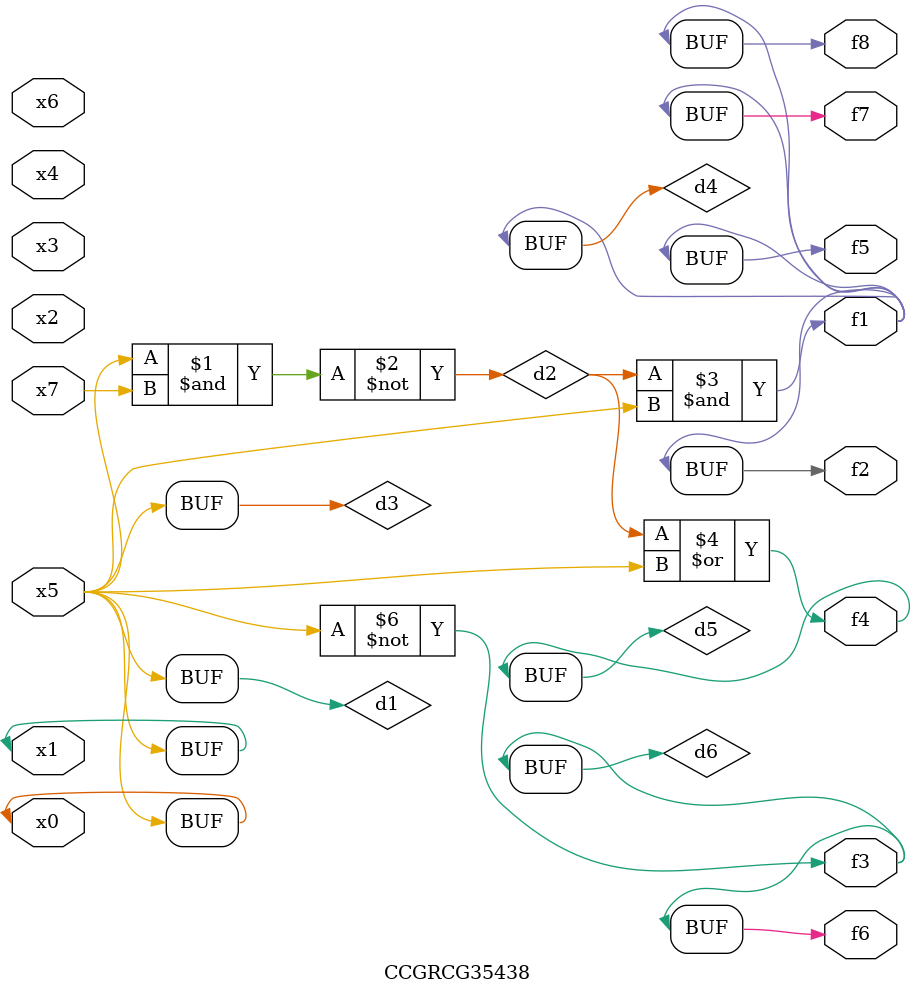
<source format=v>
module CCGRCG35438(
	input x0, x1, x2, x3, x4, x5, x6, x7,
	output f1, f2, f3, f4, f5, f6, f7, f8
);

	wire d1, d2, d3, d4, d5, d6;

	buf (d1, x0, x5);
	nand (d2, x5, x7);
	buf (d3, x0, x1);
	and (d4, d2, d3);
	or (d5, d2, d3);
	nor (d6, d1, d3);
	assign f1 = d4;
	assign f2 = d4;
	assign f3 = d6;
	assign f4 = d5;
	assign f5 = d4;
	assign f6 = d6;
	assign f7 = d4;
	assign f8 = d4;
endmodule

</source>
